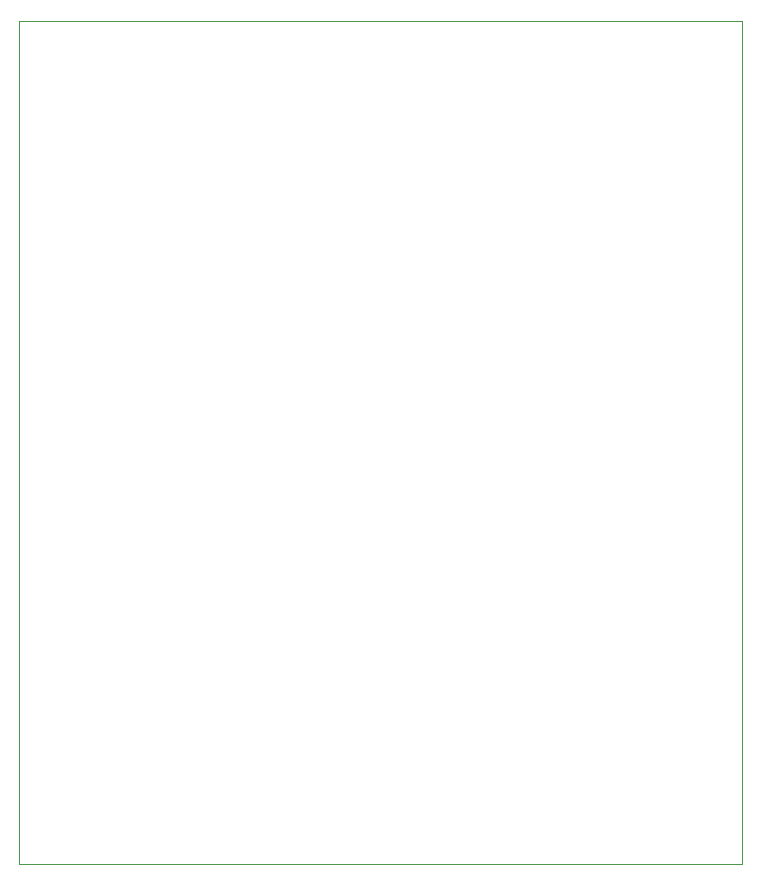
<source format=gbr>
%TF.GenerationSoftware,KiCad,Pcbnew,7.0.10*%
%TF.CreationDate,2024-03-06T13:03:10+02:00*%
%TF.ProjectId,486Interposer,34383649-6e74-4657-9270-6f7365722e6b,rev?*%
%TF.SameCoordinates,Original*%
%TF.FileFunction,Profile,NP*%
%FSLAX46Y46*%
G04 Gerber Fmt 4.6, Leading zero omitted, Abs format (unit mm)*
G04 Created by KiCad (PCBNEW 7.0.10) date 2024-03-06 13:03:10*
%MOMM*%
%LPD*%
G01*
G04 APERTURE LIST*
%TA.AperFunction,Profile*%
%ADD10C,0.100000*%
%TD*%
G04 APERTURE END LIST*
D10*
X103348800Y-65053200D02*
X164562800Y-65053200D01*
X164562800Y-136427200D01*
X103348800Y-136427200D01*
X103348800Y-65053200D01*
M02*

</source>
